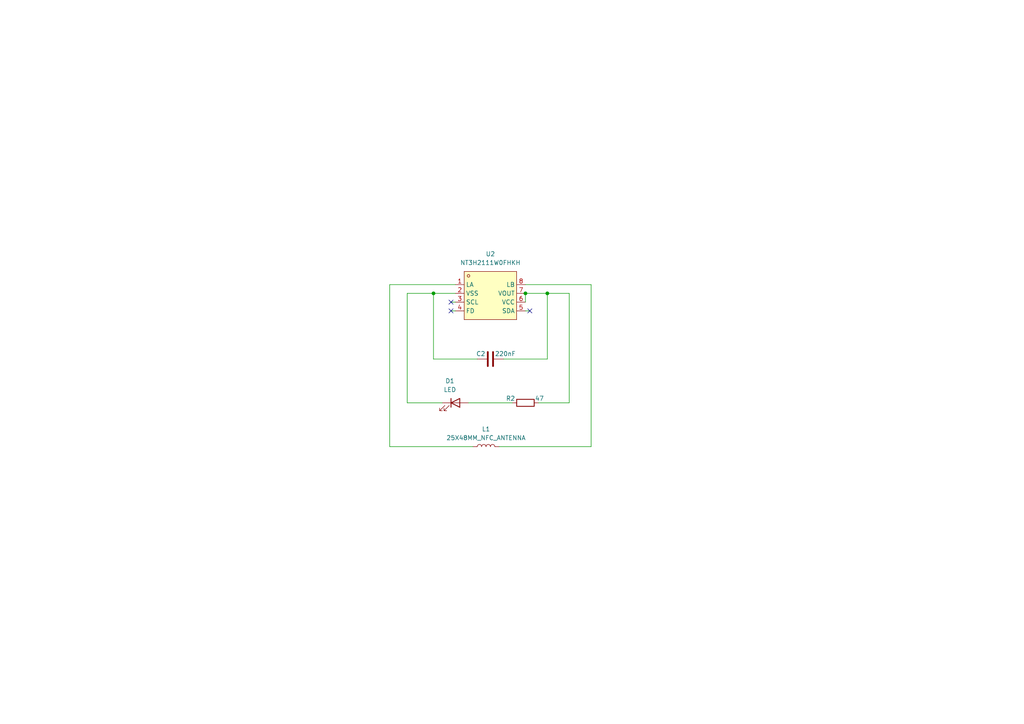
<source format=kicad_sch>
(kicad_sch (version 20250114) (generator "eeschema") (generator_version "9.0")
  (paper "A4")
  (lib_symbols
    (symbol "CyberCard:NT3H2111W0FHKH"
      (property "Reference" "U" (at 0 8.89 0))
      (property "Value" "NT3H2111W0FHKH" (at 0 -8.89 0))
      (symbol "NT3H2111W0FHKH_0_1"
        (rectangle (start -7.62 7.62) (end 7.62 -6.35) (fill (type background)))
        (circle (center -6.35 6.35) (radius 0.38))
        (pin unspecified line (at -10.16 3.81 0) (length 2.54) (name "LA") (number "1"))
        (pin unspecified line (at -10.16 1.27 0) (length 2.54) (name "VSS") (number "2"))
        (pin unspecified line (at -10.16 -1.27 0) (length 2.54) (name "SCL") (number "3"))
        (pin unspecified line (at -10.16 -3.81 0) (length 2.54) (name "FD") (number "4"))
        (pin unspecified line (at 10.16 3.81 180) (length 2.54) (name "LB") (number "8"))
        (pin unspecified line (at 10.16 1.27 180) (length 2.54) (name "VOUT") (number "7"))
        (pin unspecified line (at 10.16 -1.27 180) (length 2.54) (name "VCC") (number "6"))
        (pin unspecified line (at 10.16 -3.81 180) (length 2.54) (name "SDA") (number "5"))
      )
    )
    (symbol "Device:C" (pin_numbers (hide yes)) (pin_names (offset 0.254))
      (property "Reference" "C" (at 0.635 2.54 0))
      (property "Value" "C" (at 0.635 -2.54 0))
      (symbol "C_0_1"
        (polyline (pts (xy -2.032 0.762) (xy 2.032 0.762)) (stroke (width 0.508)))
        (polyline (pts (xy -2.032 -0.762) (xy 2.032 -0.762)) (stroke (width 0.508)))
      )
      (symbol "C_1_1"
        (pin passive line (at 0 3.81 270) (length 2.794) (name "~") (number "1"))
        (pin passive line (at 0 -3.81 90) (length 2.794) (name "~") (number "2"))
      )
    )
    (symbol "Device:L" (pin_numbers (hide yes)) (pin_names (offset 1.016) (hide yes))
      (property "Reference" "L" (at -1.27 0 90))
      (property "Value" "L" (at 1.905 0 90))
      (symbol "L_0_1"
        (arc (start 0 2.54) (mid 0.6323 1.905) (end 0 1.27))
        (arc (start 0 1.27) (mid 0.6323 0.635) (end 0 0))
        (arc (start 0 0) (mid 0.6323 -0.635) (end 0 -1.27))
        (arc (start 0 -1.27) (mid 0.6323 -1.905) (end 0 -2.54))
      )
      (symbol "L_1_1"
        (pin passive line (at 0 3.81 270) (length 1.27) (name "1") (number "1"))
        (pin passive line (at 0 -3.81 90) (length 1.27) (name "2") (number "2"))
      )
    )
    (symbol "Device:LED" (pin_numbers (hide yes)) (pin_names (offset 1.016) (hide yes))
      (property "Reference" "D" (at 0 2.54 0))
      (property "Value" "LED" (at 0 -2.54 0))
      (symbol "LED_0_1"
        (polyline (pts (xy -3.048 -0.762) (xy -4.572 -2.286) (xy -3.81 -2.286) (xy -4.572 -2.286) (xy -4.572 -1.524)))
        (polyline (pts (xy -1.778 -0.762) (xy -3.302 -2.286) (xy -2.54 -2.286) (xy -3.302 -2.286) (xy -3.302 -1.524)))
        (polyline (pts (xy -1.27 0) (xy 1.27 0)))
        (polyline (pts (xy -1.27 -1.27) (xy -1.27 1.27)) (stroke (width 0.254)))
        (polyline (pts (xy 1.27 -1.27) (xy 1.27 1.27) (xy -1.27 0) (xy 1.27 -1.27)) (stroke (width 0.254)))
      )
      (symbol "LED_1_1"
        (pin passive line (at -3.81 0 0) (length 2.54) (name "K") (number "1"))
        (pin passive line (at 3.81 0 180) (length 2.54) (name "A") (number "2"))
      )
    )
    (symbol "Device:R" (pin_numbers (hide yes)) (pin_names (offset 0))
      (property "Reference" "R" (at 2.032 0 90))
      (property "Value" "R" (at 0 0 90))
      (symbol "R_0_1"
        (rectangle (start -1.016 -2.54) (end 1.016 2.54) (stroke (width 0.254)))
      )
      (symbol "R_1_1"
        (pin passive line (at 0 3.81 270) (length 1.27) (name "~") (number "1"))
        (pin passive line (at 0 -3.81 90) (length 1.27) (name "~") (number "2"))
      )
    )
  )
  (junction (at 125.73 85.09))
  (junction (at 158.75 85.09))
  (junction (at 152.4 85.09))
  (no_connect (at 130.81 87.63))
  (no_connect (at 153.67 90.17))
  (no_connect (at 130.81 90.17))
  (wire (pts (xy 138.43 104.14) (xy 125.73 104.14)))
  (wire (pts (xy 118.11 116.84) (xy 128.27 116.84)))
  (wire (pts (xy 146.05 104.14) (xy 158.75 104.14)))
  (wire (pts (xy 113.03 129.54) (xy 113.03 82.55)))
  (wire (pts (xy 125.73 85.09) (xy 118.11 85.09)))
  (wire (pts (xy 118.11 85.09) (xy 118.11 116.84)))
  (wire (pts (xy 125.73 104.14) (xy 125.73 85.09)))
  (wire (pts (xy 165.1 85.09) (xy 165.1 116.84)))
  (wire (pts (xy 113.03 82.55) (xy 132.08 82.55)))
  (wire (pts (xy 158.75 85.09) (xy 165.1 85.09)))
  (wire (pts (xy 152.4 85.09) (xy 158.75 85.09)))
  (wire (pts (xy 171.45 82.55) (xy 171.45 129.54)))
  (wire (pts (xy 130.81 87.63) (xy 132.08 87.63)))
  (wire (pts (xy 113.03 129.54) (xy 137.16 129.54)))
  (wire (pts (xy 144.78 129.54) (xy 171.45 129.54)))
  (wire (pts (xy 158.75 104.14) (xy 158.75 85.09)))
  (wire (pts (xy 132.08 85.09) (xy 125.73 85.09)))
  (wire (pts (xy 152.4 82.55) (xy 171.45 82.55)))
  (wire (pts (xy 130.81 90.17) (xy 132.08 90.17)))
  (wire (pts (xy 135.89 116.84) (xy 148.59 116.84)))
  (wire (pts (xy 153.67 90.17) (xy 152.4 90.17)))
  (wire (pts (xy 165.1 116.84) (xy 156.21 116.84)))
  (wire (pts (xy 152.4 85.09) (xy 152.4 87.63)))
  (symbol (lib_id "Device:R") (at 152.4 116.84 90) (unit 1)
    (property "Reference" "R2" (at 148.082 115.57 90))
    (property "Value" "47" (at 156.464 115.57 90))
    (property "Footprint" "PCM_Resistor_SMD_AKL:R_0603_1608Metric" (effects (hide yes)))
    (property "Description" "Resistor" (effects (hide yes)))
    (property "LCSC" "C23182" (effects (hide yes)))
  )
  (symbol (lib_id "Device:C") (at 142.24 104.14 90) (unit 1)
    (property "Reference" "C2" (at 139.446 102.616 90))
    (property "Value" "220nF" (at 146.558 102.616 90))
    (property "Footprint" "Capacitor_SMD:C_0603_1608Metric" (effects (hide yes)))
    (property "Description" "Unpolarized capacitor" (effects (hide yes)))
    (property "LCSC" "C21120" (effects (hide yes)))
  )
  (symbol (lib_id "CyberCard:NT3H2111W0FHKH") (at 142.24 86.36 0) (unit 1)
    (property "Reference" "U2" (at 142.24 73.66 0))
    (property "Value" "NT3H2111W0FHKH" (at 142.24 76.2 0))
    (property "Footprint" "CyberCard:XQFN-8_L1.6-W1.6-P0.50-BL_NT3H2111W0FHKH" (effects (hide yes)))
    (property "LCSC" "C710403" (effects (hide yes)))
  )
  (symbol (lib_id "Device:LED") (at 132.08 116.84 0) (unit 1)
    (property "Reference" "D1" (at 130.4925 110.49 0))
    (property "Value" "LED" (at 130.4925 113.03 0))
    (property "Description" "Light emitting diode" (effects (hide yes)))
    (property "Sim.Pins" "1=K 2=A" (effects (hide yes)))
  )
  (symbol (lib_id "Device:L") (at 140.97 129.54 90) (unit 1)
    (property "Reference" "L1" (at 140.97 124.46 90))
    (property "Value" "25X48MM_NFC_ANTENNA" (at 140.97 127 90))
    (property "Footprint" "CyberCard:25X48MM_NFC_ANTENNA" (effects (hide yes)))
    (property "Description" "Inductor" (effects (hide yes)))
  )
)
</source>
